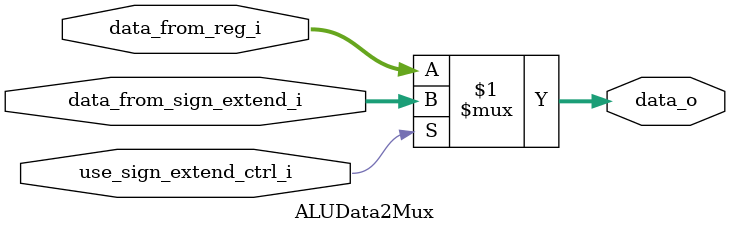
<source format=v>
module ALUData2Mux (
    input [31:0] data_from_reg_i,  // Data from the register.
    input [31:0] data_from_sign_extend_i,  // Data from the sign extend oper.
    input use_sign_extend_ctrl_i,  // Control flag:
                                   //     0 -> data from register
                                   //     1 -> data from sign extend

    output [31:0] data_o  // The output data.
);

assign data_o = (use_sign_extend_ctrl_i ?
                 data_from_sign_extend_i : data_from_reg_i);

endmodule

</source>
